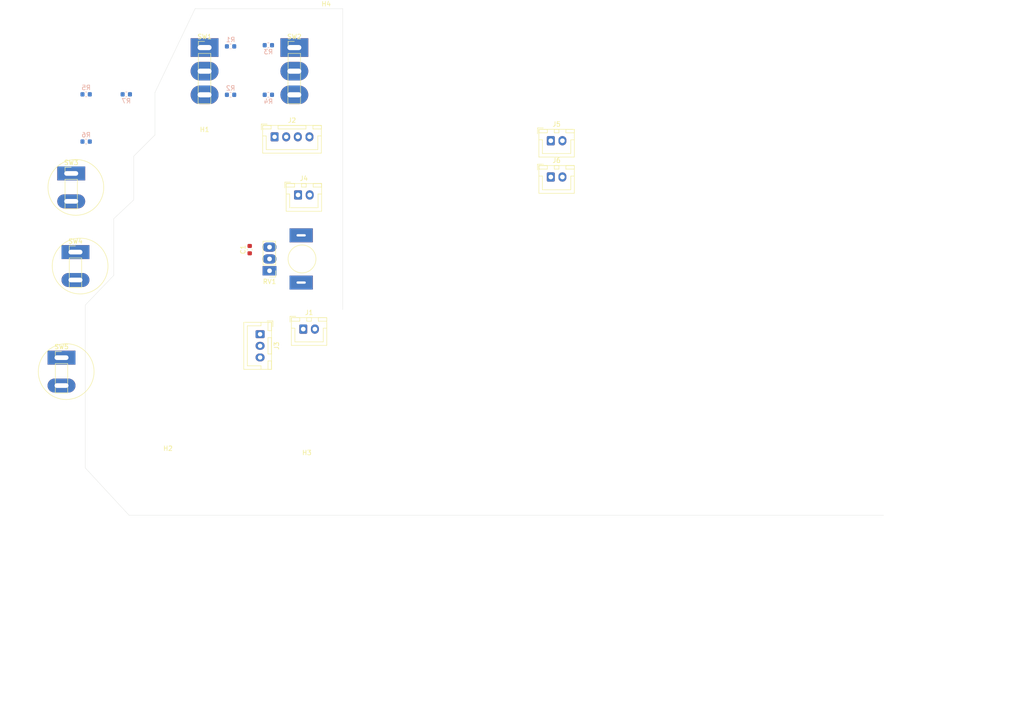
<source format=kicad_pcb>
(kicad_pcb (version 20240225) (generator "pcbnew") (generator_version "8.99")
  (layers (0 "F.Cu" signal) (31 "B.Cu" signal) (34 "B.Paste" user) (35 "F.Paste" user) (36 "B.SilkS" user "B.Silkscreen") (37 "F.SilkS" user "F.Silkscreen") (38 "B.Mask" user) (39 "F.Mask" user) (44 "Edge.Cuts" user))
  (net 0 "")
  (net 1 "GND")
  (net 2 "+3V3")
  (net 3 "Net-(J2-Pin_2)")
  (net 4 "Net-(J2-Pin_4)")
  (net 5 "Net-(J2-Pin_3)")
  (net 6 "Net-(J2-Pin_1)")
  (net 7 "Net-(J3-Pin_3)")
  (net 8 "Net-(J3-Pin_2)")
  (net 9 "Net-(J3-Pin_1)")
  (net 11 "A7")
  (footprint "Remote:Switch_1x02_P6mm" (layer "F.Cu") (at 32.6804 179.118)
    (property "Reference" "SW4" (at 0 -2.33 0) (layer "F.SilkS"))
    (property "Value" "SW_Push")
    (fp_line (start -1.39 7.62) (end 1.27 7.62) (stroke (width 0.12)) (layer "F.SilkS"))
    (fp_line (start -1.33 -1.33) (end 0 -1.33) (stroke (width 0.12)) (layer "F.SilkS"))
    (fp_line (start -1.33 0) (end -1.33 -1.33) (stroke (width 0.12)) (layer "F.SilkS"))
    (fp_line (start -1.33 1.27) (end -1.33 7.62) (stroke (width 0.12)) (layer "F.SilkS"))
    (fp_line (start -1.33 1.27) (end 1.33 1.27) (stroke (width 0.12)) (layer "F.SilkS"))
    (fp_line (start 1.33 1.27) (end 1.33 7.62) (stroke (width 0.12)) (layer "F.SilkS"))
    (fp_circle (center 1 3) (end 7 3) (stroke (width 0.12)) (fill none) (layer "F.SilkS"))
    (pad "1" thru_hole rect (at 0 0) (size 6 3) (drill oval 3 1) (layers "*.Cu" "*.Mask") (net 8 "Net-(J3-Pin_2)"))
    (pad "2" thru_hole oval (at 0 6) (size 6 3) (drill oval 3 1) (layers "*.Cu" "*.Mask") (net 1 "GND"))
  )
  (footprint "Remote:Switch_1x02_P6mm" (layer "F.Cu") (at 31.766 162.2016)
    (property "Reference" "SW3" (at 0 -2.33 0) (layer "F.SilkS"))
    (property "Value" "SW_Push")
    (fp_line (start -1.39 7.62) (end 1.27 7.62) (stroke (width 0.12)) (layer "F.SilkS"))
    (fp_line (start -1.33 -1.33) (end 0 -1.33) (stroke (width 0.12)) (layer "F.SilkS"))
    (fp_line (start -1.33 0) (end -1.33 -1.33) (stroke (width 0.12)) (layer "F.SilkS"))
    (fp_line (start -1.33 1.27) (end -1.33 7.62) (stroke (width 0.12)) (layer "F.SilkS"))
    (fp_line (start -1.33 1.27) (end 1.33 1.27) (stroke (width 0.12)) (layer "F.SilkS"))
    (fp_line (start 1.33 1.27) (end 1.33 7.62) (stroke (width 0.12)) (layer "F.SilkS"))
    (fp_circle (center 1 3) (end 7 3) (stroke (width 0.12)) (fill none) (layer "F.SilkS"))
    (pad "1" thru_hole rect (at 0 0) (size 6 3) (drill oval 3 1) (layers "*.Cu" "*.Mask") (net 9 "Net-(J3-Pin_1)"))
    (pad "2" thru_hole oval (at 0 6) (size 6 3) (drill oval 3 1) (layers "*.Cu" "*.Mask") (net 1 "GND"))
  )
  (footprint "Remote:Switch_1x03_P5.08mm" (layer "F.Cu") (at 79.756 135.128)
    (property "Reference" "SW2" (at 0 -2.33 0) (layer "F.SilkS"))
    (property "Value" "SW_SPDT_MSM")
    (fp_line (start -1.39 12.065) (end 1.27 12.065) (stroke (width 0.12)) (layer "F.SilkS"))
    (fp_line (start -1.33 -1.33) (end 0 -1.33) (stroke (width 0.12)) (layer "F.SilkS"))
    (fp_line (start -1.33 0) (end -1.33 -1.33) (stroke (width 0.12)) (layer "F.SilkS"))
    (fp_line (start -1.33 1.27) (end -1.39 12.065) (stroke (width 0.12)) (layer "F.SilkS"))
    (fp_line (start -1.33 1.27) (end 1.33 1.27) (stroke (width 0.12)) (layer "F.SilkS"))
    (fp_line (start 1.33 1.27) (end 1.33 12.065) (stroke (width 0.12)) (layer "F.SilkS"))
    (pad "1" thru_hole rect (at 0 0) (size 6 4) (drill oval 3 1.1) (layers "*.Cu" "*.Mask") (net 5 "Net-(J2-Pin_3)"))
    (pad "2" thru_hole oval (at 0 5.08) (size 6 4) (drill oval 3 1.1) (layers "*.Cu" "*.Mask") (net 1 "GND"))
    (pad "3" thru_hole oval (at 0 10.16) (size 6 4) (drill oval 3 1.1) (layers "*.Cu" "*.Mask") (net 4 "Net-(J2-Pin_4)"))
  )
  (footprint "Remote:Switch_1x03_P5.08mm" (layer "F.Cu") (at 60.452 135.128)
    (property "Reference" "SW1" (at 0 -2.33 0) (layer "F.SilkS"))
    (property "Value" "SW_SPDT_MSM")
    (fp_line (start -1.39 12.065) (end 1.27 12.065) (stroke (width 0.12)) (layer "F.SilkS"))
    (fp_line (start -1.33 -1.33) (end 0 -1.33) (stroke (width 0.12)) (layer "F.SilkS"))
    (fp_line (start -1.33 0) (end -1.33 -1.33) (stroke (width 0.12)) (layer "F.SilkS"))
    (fp_line (start -1.33 1.27) (end -1.39 12.065) (stroke (width 0.12)) (layer "F.SilkS"))
    (fp_line (start -1.33 1.27) (end 1.33 1.27) (stroke (width 0.12)) (layer "F.SilkS"))
    (fp_line (start 1.33 1.27) (end 1.33 12.065) (stroke (width 0.12)) (layer "F.SilkS"))
    (pad "1" thru_hole rect (at 0 0) (size 6 4) (drill oval 3 1.1) (layers "*.Cu" "*.Mask") (net 6 "Net-(J2-Pin_1)"))
    (pad "2" thru_hole oval (at 0 5.08) (size 6 4) (drill oval 3 1.1) (layers "*.Cu" "*.Mask") (net 1 "GND"))
    (pad "3" thru_hole oval (at 0 10.16) (size 6 4) (drill oval 3 1.1) (layers "*.Cu" "*.Mask") (net 3 "Net-(J2-Pin_2)"))
  )
  (footprint "Remote:Switch_1x02_P6mm" (layer "F.Cu") (at 29.6832 201.8256)
    (property "Reference" "SW5" (at 0 -2.33 0) (layer "F.SilkS"))
    (property "Value" "SW_Push")
    (fp_line (start -1.39 7.62) (end 1.27 7.62) (stroke (width 0.12)) (layer "F.SilkS"))
    (fp_line (start -1.33 -1.33) (end 0 -1.33) (stroke (width 0.12)) (layer "F.SilkS"))
    (fp_line (start -1.33 0) (end -1.33 -1.33) (stroke (width 0.12)) (layer "F.SilkS"))
    (fp_line (start -1.33 1.27) (end -1.33 7.62) (stroke (width 0.12)) (layer "F.SilkS"))
    (fp_line (start -1.33 1.27) (end 1.33 1.27) (stroke (width 0.12)) (layer "F.SilkS"))
    (fp_line (start 1.33 1.27) (end 1.33 7.62) (stroke (width 0.12)) (layer "F.SilkS"))
    (fp_circle (center 1 3) (end 7 3) (stroke (width 0.12)) (fill none) (layer "F.SilkS"))
    (pad "1" thru_hole rect (at 0 0) (size 6 3) (drill oval 3 1) (layers "*.Cu" "*.Mask") (net 7 "Net-(J3-Pin_3)"))
    (pad "2" thru_hole oval (at 0 6) (size 6 3) (drill oval 3 1) (layers "*.Cu" "*.Mask") (net 1 "GND"))
  )
  (footprint "Connector_JST:JST_XH_B04B-XH-A_1x04_P2.50mm_Vertical" (layer "F.Cu") (at 75.5072 154.3304)
    (property "Reference" "J2" (at 3.75 -3.55 0) (layer "F.SilkS"))
    (property "Value" "Conn_01x04")
    (fp_line (start -2.85 -2.75) (end -2.85 -1.5) (stroke (width 0.12)) (layer "F.SilkS"))
    (fp_line (start -2.56 -2.46) (end -2.56 3.51) (stroke (width 0.12)) (layer "F.SilkS"))
    (fp_line (start -2.56 3.51) (end 10.06 3.51) (stroke (width 0.12)) (layer "F.SilkS"))
    (fp_line (start -2.55 -2.45) (end -2.55 -1.7) (stroke (width 0.12)) (layer "F.SilkS"))
    (fp_line (start -2.55 -1.7) (end -0.75 -1.7) (stroke (width 0.12)) (layer "F.SilkS"))
    (fp_line (start -2.55 -0.2) (end -1.8 -0.2) (stroke (width 0.12)) (layer "F.SilkS"))
    (fp_line (start -1.8 -0.2) (end -1.8 2.75) (stroke (width 0.12)) (layer "F.SilkS"))
    (fp_line (start -1.8 2.75) (end 3.75 2.75) (stroke (width 0.12)) (layer "F.SilkS"))
    (fp_line (start -1.6 -2.75) (end -2.85 -2.75) (stroke (width 0.12)) (layer "F.SilkS"))
    (fp_line (start -0.75 -2.45) (end -2.55 -2.45) (stroke (width 0.12)) (layer "F.SilkS"))
    (fp_line (start -0.75 -1.7) (end -0.75 -2.45) (stroke (width 0.12)) (layer "F.SilkS"))
    (fp_line (start 0.75 -2.45) (end 0.75 -1.7) (stroke (width 0.12)) (layer "F.SilkS"))
    (fp_line (start 0.75 -1.7) (end 6.75 -1.7) (stroke (width 0.12)) (layer "F.SilkS"))
    (fp_line (start 6.75 -2.45) (end 0.75 -2.45) (stroke (width 0.12)) (layer "F.SilkS"))
    (fp_line (start 6.75 -1.7) (end 6.75 -2.45) (stroke (width 0.12)) (layer "F.SilkS"))
    (fp_line (start 8.25 -2.45) (end 8.25 -1.7) (stroke (width 0.12)) (layer "F.SilkS"))
    (fp_line (start 8.25 -1.7) (end 10.05 -1.7) (stroke (width 0.12)) (layer "F.SilkS"))
    (fp_line (start 9.3 -0.2) (end 9.3 2.75) (stroke (width 0.12)) (layer "F.SilkS"))
    (fp_line (start 9.3 2.75) (end 3.75 2.75) (stroke (width 0.12)) (layer "F.SilkS"))
    (fp_line (start 10.05 -2.45) (end 8.25 -2.45) (stroke (width 0.12)) (layer "F.SilkS"))
    (fp_line (start 10.05 -1.7) (end 10.05 -2.45) (stroke (width 0.12)) (layer "F.SilkS"))
    (fp_line (start 10.05 -0.2) (end 9.3 -0.2) (stroke (width 0.12)) (layer "F.SilkS"))
    (fp_line (start 10.06 -2.46) (end -2.56 -2.46) (stroke (width 0.12)) (layer "F.SilkS"))
    (fp_line (start 10.06 3.51) (end 10.06 -2.46) (stroke (width 0.12)) (layer "F.SilkS"))
    (pad "1" thru_hole roundrect (at 0 0) (size 1.7 1.95) (drill 0.95) (layers "*.Cu" "*.Mask") (roundrect_rratio 0.147059) (net 6 "Net-(J2-Pin_1)"))
    (pad "2" thru_hole oval (at 2.5 0) (size 1.7 1.95) (drill 0.95) (layers "*.Cu" "*.Mask") (net 3 "Net-(J2-Pin_2)"))
    (pad "3" thru_hole oval (at 5 0) (size 1.7 1.95) (drill 0.95) (layers "*.Cu" "*.Mask") (net 5 "Net-(J2-Pin_3)"))
    (pad "4" thru_hole oval (at 7.5 0) (size 1.7 1.95) (drill 0.95) (layers "*.Cu" "*.Mask") (net 4 "Net-(J2-Pin_4)"))
  )
  (footprint "MountingHole:MountingHole_3.2mm_M3" (layer "F.Cu") (at 52.578 225.552)
    (property "Reference" "H2" (at 0 -4.2 0) (layer "F.SilkS"))
    (property "Value" "MountingHole")
    (pad "" np_thru_hole circle (at 0 0) (size 3.2 3.2) (drill 3.2) (layers "*.Cu" "*.Mask"))
  )
  (footprint "MountingHole:MountingHole_3.2mm_M3" (layer "F.Cu") (at 60.452 156.972)
    (property "Reference" "H1" (at 0 -4.2 0) (layer "F.SilkS"))
    (property "Value" "MountingHole")
    (pad "" np_thru_hole circle (at 0 0) (size 3.2 3.2) (drill 3.2) (layers "*.Cu" "*.Mask"))
  )
  (footprint "MountingHole:MountingHole_3.2mm_M3" (layer "F.Cu") (at 82.4484 226.4664)
    (property "Reference" "H3" (at 0 -4.2 0) (layer "F.SilkS"))
    (property "Value" "MountingHole")
    (pad "" np_thru_hole circle (at 0 0) (size 3.2 3.2) (drill 3.2) (layers "*.Cu" "*.Mask"))
  )
  (footprint "MountingHole:MountingHole_3.2mm_M3" (layer "F.Cu") (at 86.614 129.9464)
    (property "Reference" "H4" (at 0 -4.2 0) (layer "F.SilkS"))
    (property "Value" "MountingHole")
    (pad "" np_thru_hole circle (at 0 0) (size 3.2 3.2) (drill 3.2) (layers "*.Cu" "*.Mask"))
  )
  (footprint "Remote:Potentiometer_6mm_axis_square" (layer "F.Cu") (at 74.422 183.134 180)
    (property "Reference" "RV1" (at 0 -2.33 0) (layer "F.SilkS"))
    (property "Value" "POT")
    (fp_line (start 1.39 1.27) (end 1.39 6.35) (stroke (width 0.12)) (layer "F.SilkS"))
    (fp_line (start -1.27 6.35) (end 1.39 6.35) (stroke (width 0.12)) (layer "F.SilkS"))
    (fp_line (start -1.33 1.27) (end 1.33 1.27) (stroke (width 0.12)) (layer "F.SilkS"))
    (fp_line (start -1.33 1.27) (end -1.27 6.35) (stroke (width 0.12)) (layer "F.SilkS"))
    (fp_line (start -1.33 0) (end -1.33 -1.33) (stroke (width 0.12)) (layer "F.SilkS"))
    (fp_line (start -1.33 -1.33) (end 0 -1.33) (stroke (width 0.12)) (layer "F.SilkS"))
    (fp_circle (center -6.985 2.54) (end -3.985 2.54) (stroke (width 0.12)) (fill none) (layer "F.SilkS"))
    (pad "" np_thru_hole rect (at -6.8 -2.54 180) (size 5 3) (drill oval 2 0.5) (layers "*.Cu" "*.Mask"))
    (pad "" np_thru_hole rect (at -6.8 7.62 180) (size 5 3) (drill oval 2 0.5) (layers "*.Cu" "*.Mask"))
    (pad "1" thru_hole rect (at 0 0 180) (size 3 2) (drill 1) (layers "*.Cu" "*.Mask") (net 2 "+3V3"))
    (pad "2" thru_hole oval (at 0 2.54 180) (size 3 2) (drill 1) (layers "*.Cu" "*.Mask") (net 11 "A7"))
    (pad "3" thru_hole oval (at 0 5.08 180) (size 3 2) (drill 1) (layers "*.Cu" "*.Mask") (net 1 "GND"))
  )
  (footprint "Connector_JST:JST_XH_B02B-XH-A_1x02_P2.50mm_Vertical" (layer "F.Cu") (at 81.6756 195.6816)
    (property "Reference" "J1" (at 1.25 -3.55 0) (layer "F.SilkS"))
    (property "Value" "3V3 IN")
    (fp_line (start -2.85 -2.75) (end -2.85 -1.5) (stroke (width 0.12)) (layer "F.SilkS"))
    (fp_line (start -2.56 -2.46) (end -2.56 3.51) (stroke (width 0.12)) (layer "F.SilkS"))
    (fp_line (start -2.56 3.51) (end 5.06 3.51) (stroke (width 0.12)) (layer "F.SilkS"))
    (fp_line (start -2.55 -2.45) (end -2.55 -1.7) (stroke (width 0.12)) (layer "F.SilkS"))
    (fp_line (start -2.55 -1.7) (end -0.75 -1.7) (stroke (width 0.12)) (layer "F.SilkS"))
    (fp_line (start -2.55 -0.2) (end -1.8 -0.2) (stroke (width 0.12)) (layer "F.SilkS"))
    (fp_line (start -1.8 -0.2) (end -1.8 2.75) (stroke (width 0.12)) (layer "F.SilkS"))
    (fp_line (start -1.8 2.75) (end 1.25 2.75) (stroke (width 0.12)) (layer "F.SilkS"))
    (fp_line (start -1.6 -2.75) (end -2.85 -2.75) (stroke (width 0.12)) (layer "F.SilkS"))
    (fp_line (start -0.75 -2.45) (end -2.55 -2.45) (stroke (width 0.12)) (layer "F.SilkS"))
    (fp_line (start -0.75 -1.7) (end -0.75 -2.45) (stroke (width 0.12)) (layer "F.SilkS"))
    (fp_line (start 0.75 -2.45) (end 0.75 -1.7) (stroke (width 0.12)) (layer "F.SilkS"))
    (fp_line (start 0.75 -1.7) (end 1.75 -1.7) (stroke (width 0.12)) (layer "F.SilkS"))
    (fp_line (start 1.75 -2.45) (end 0.75 -2.45) (stroke (width 0.12)) (layer "F.SilkS"))
    (fp_line (start 1.75 -1.7) (end 1.75 -2.45) (stroke (width 0.12)) (layer "F.SilkS"))
    (fp_line (start 3.25 -2.45) (end 3.25 -1.7) (stroke (width 0.12)) (layer "F.SilkS"))
    (fp_line (start 3.25 -1.7) (end 5.05 -1.7) (stroke (width 0.12)) (layer "F.SilkS"))
    (fp_line (start 4.3 -0.2) (end 4.3 2.75) (stroke (width 0.12)) (layer "F.SilkS"))
    (fp_line (start 4.3 2.75) (end 1.25 2.75) (stroke (width 0.12)) (layer "F.SilkS"))
    (fp_line (start 5.05 -2.45) (end 3.25 -2.45) (stroke (width 0.12)) (layer "F.SilkS"))
    (fp_line (start 5.05 -1.7) (end 5.05 -2.45) (stroke (width 0.12)) (layer "F.SilkS"))
    (fp_line (start 5.05 -0.2) (end 4.3 -0.2) (stroke (width 0.12)) (layer "F.SilkS"))
    (fp_line (start 5.06 -2.46) (end -2.56 -2.46) (stroke (width 0.12)) (layer "F.SilkS"))
    (fp_line (start 5.06 3.51) (end 5.06 -2.46) (stroke (width 0.12)) (layer "F.SilkS"))
    (pad "1" thru_hole roundrect (at 0 0) (size 1.7 2) (drill 1) (layers "*.Cu" "*.Mask") (roundrect_rratio 0.147059) (net 2 "+3V3"))
    (pad "2" thru_hole oval (at 2.5 0) (size 1.7 2) (drill 1) (layers "*.Cu" "*.Mask") (net 1 "GND"))
  )
  (footprint "Connector_JST:JST_XH_B03B-XH-A_1x03_P2.50mm_Vertical" (layer "F.Cu") (at 72.39 196.7776 -90)
    (property "Reference" "J3" (at 2.5 -3.55 90) (layer "F.SilkS"))
    (property "Value" "Conn_01x03")
    (fp_line (start -2.56 3.51) (end 7.56 3.51) (stroke (width 0.12)) (layer "F.SilkS"))
    (fp_line (start 7.56 3.51) (end 7.56 -2.46) (stroke (width 0.12)) (layer "F.SilkS"))
    (fp_line (start -1.8 2.75) (end 2.5 2.75) (stroke (width 0.12)) (layer "F.SilkS"))
    (fp_line (start 6.8 2.75) (end 2.5 2.75) (stroke (width 0.12)) (layer "F.SilkS"))
    (fp_line (start -2.55 -0.2) (end -1.8 -0.2) (stroke (width 0.12)) (layer "F.SilkS"))
    (fp_line (start -1.8 -0.2) (end -1.8 2.75) (stroke (width 0.12)) (layer "F.SilkS"))
    (fp_line (start 6.8 -0.2) (end 6.8 2.75) (stroke (width 0.12)) (layer "F.SilkS"))
    (fp_line (start 7.55 -0.2) (end 6.8 -0.2) (stroke (width 0.12)) (layer "F.SilkS"))
    (fp_line (start -2.55 -1.7) (end -0.75 -1.7) (stroke (width 0.12)) (layer "F.SilkS"))
    (fp_line (start -0.75 -1.7) (end -0.75 -2.45) (stroke (width 0.12)) (layer "F.SilkS"))
    (fp_line (start 0.75 -1.7) (end 4.25 -1.7) (stroke (width 0.12)) (layer "F.SilkS"))
    (fp_line (start 4.25 -1.7) (end 4.25 -2.45) (stroke (width 0.12)) (layer "F.SilkS"))
    (fp_line (start 5.75 -1.7) (end 7.55 -1.7) (stroke (width 0.12)) (layer "F.SilkS"))
    (fp_line (start 7.55 -1.7) (end 7.55 -2.45) (stroke (width 0.12)) (layer "F.SilkS"))
    (fp_line (start -2.55 -2.45) (end -2.55 -1.7) (stroke (width 0.12)) (layer "F.SilkS"))
    (fp_line (start -0.75 -2.45) (end -2.55 -2.45) (stroke (width 0.12)) (layer "F.SilkS"))
    (fp_line (start 0.75 -2.45) (end 0.75 -1.7) (stroke (width 0.12)) (layer "F.SilkS"))
    (fp_line (start 4.25 -2.45) (end 0.75 -2.45) (stroke (width 0.12)) (layer "F.SilkS"))
    (fp_line (start 5.75 -2.45) (end 5.75 -1.7) (stroke (width 0.12)) (layer "F.SilkS"))
    (fp_line (start 7.55 -2.45) (end 5.75 -2.45) (stroke (width 0.12)) (layer "F.SilkS"))
    (fp_line (start -2.56 -2.46) (end -2.56 3.51) (stroke (width 0.12)) (layer "F.SilkS"))
    (fp_line (start 7.56 -2.46) (end -2.56 -2.46) (stroke (width 0.12)) (layer "F.SilkS"))
    (fp_line (start -2.85 -2.75) (end -2.85 -1.5) (stroke (width 0.12)) (layer "F.SilkS"))
    (fp_line (start -1.6 -2.75) (end -2.85 -2.75) (stroke (width 0.12)) (layer "F.SilkS"))
    (pad "1" thru_hole roundrect (at 0 0 270) (size 1.7 1.95) (drill 0.95) (layers "*.Cu" "*.Mask") (roundrect_rratio 0.147059) (net 9 "Net-(J3-Pin_1)"))
    (pad "2" thru_hole oval (at 2.5 0 270) (size 1.7 1.95) (drill 0.95) (layers "*.Cu" "*.Mask") (net 8 "Net-(J3-Pin_2)"))
    (pad "3" thru_hole oval (at 5 0 270) (size 1.7 1.95) (drill 0.95) (layers "*.Cu" "*.Mask") (net 7 "Net-(J3-Pin_3)"))
  )
  (footprint "Connector_JST:JST_XH_B02B-XH-A_1x02_P2.50mm_Vertical" (layer "F.Cu") (at 134.914 162.9664)
    (property "Reference" "J6" (at 1.25 -3.55 0) (layer "F.SilkS"))
    (property "Value" "STICK POWER")
    (fp_line (start -2.85 -2.75) (end -2.85 -1.5) (stroke (width 0.12)) (layer "F.SilkS"))
    (fp_line (start -2.56 -2.46) (end -2.56 3.51) (stroke (width 0.12)) (layer "F.SilkS"))
    (fp_line (start -2.56 3.51) (end 5.06 3.51) (stroke (width 0.12)) (layer "F.SilkS"))
    (fp_line (start -2.55 -2.45) (end -2.55 -1.7) (stroke (width 0.12)) (layer "F.SilkS"))
    (fp_line (start -2.55 -1.7) (end -0.75 -1.7) (stroke (width 0.12)) (layer "F.SilkS"))
    (fp_line (start -2.55 -0.2) (end -1.8 -0.2) (stroke (width 0.12)) (layer "F.SilkS"))
    (fp_line (start -1.8 -0.2) (end -1.8 2.75) (stroke (width 0.12)) (layer "F.SilkS"))
    (fp_line (start -1.8 2.75) (end 1.25 2.75) (stroke (width 0.12)) (layer "F.SilkS"))
    (fp_line (start -1.6 -2.75) (end -2.85 -2.75) (stroke (width 0.12)) (layer "F.SilkS"))
    (fp_line (start -0.75 -2.45) (end -2.55 -2.45) (stroke (width 0.12)) (layer "F.SilkS"))
    (fp_line (start -0.75 -1.7) (end -0.75 -2.45) (stroke (width 0.12)) (layer "F.SilkS"))
    (fp_line (start 0.75 -2.45) (end 0.75 -1.7) (stroke (width 0.12)) (layer "F.SilkS"))
    (fp_line (start 0.75 -1.7) (end 1.75 -1.7) (stroke (width 0.12)) (layer "F.SilkS"))
    (fp_line (start 1.75 -2.45) (end 0.75 -2.45) (stroke (width 0.12)) (layer "F.SilkS"))
    (fp_line (start 1.75 -1.7) (end 1.75 -2.45) (stroke (width 0.12)) (layer "F.SilkS"))
    (fp_line (start 3.25 -2.45) (end 3.25 -1.7) (stroke (width 0.12)) (layer "F.SilkS"))
    (fp_line (start 3.25 -1.7) (end 5.05 -1.7) (stroke (width 0.12)) (layer "F.SilkS"))
    (fp_line (start 4.3 -0.2) (end 4.3 2.75) (stroke (width 0.12)) (layer "F.SilkS"))
    (fp_line (start 4.3 2.75) (end 1.25 2.75) (stroke (width 0.12)) (layer "F.SilkS"))
    (fp_line (start 5.05 -2.45) (end 3.25 -2.45) (stroke (width 0.12)) (layer "F.SilkS"))
    (fp_line (start 5.05 -1.7) (end 5.05 -2.45) (stroke (width 0.12)) (layer "F.SilkS"))
    (fp_line (start 5.05 -0.2) (end 4.3 -0.2) (stroke (width 0.12)) (layer "F.SilkS"))
    (fp_line (start 5.06 -2.46) (end -2.56 -2.46) (stroke (width 0.12)) (layer "F.SilkS"))
    (fp_line (start 5.06 3.51) (end 5.06 -2.46) (stroke (width 0.12)) (layer "F.SilkS"))
    (pad "1" thru_hole roundrect (at 0 0) (size 1.7 2) (drill 1) (layers "*.Cu" "*.Mask") (roundrect_rratio 0.147059) (net 2 "+3V3"))
    (pad "2" thru_hole oval (at 2.5 0) (size 1.7 2) (drill 1) (layers "*.Cu" "*.Mask") (net 1 "GND"))
  )
  (footprint "Capacitor_SMD:C_0603_1608Metric" (layer "F.Cu") (at 70.1548 178.5875 90)
    (property "Reference" "C1" (at 0 -1.43 90) (layer "F.SilkS"))
    (property "Value" "100n")
    (fp_line (start -0.162779 -0.51) (end 0.162779 -0.51) (stroke (width 0.12)) (layer "F.SilkS"))
    (fp_line (start -0.162779 0.51) (end 0.162779 0.51) (stroke (width 0.12)) (layer "F.SilkS"))
    (pad "1" smd roundrect (at -0.7875 0 90) (size 0.875 0.95) (layers "F.Cu" "F.Paste" "F.Mask") (net 2 "+3V3"))
    (pad "2" smd roundrect (at 0.7875 0 90) (size 0.875 0.95) (layers "F.Cu" "F.Paste" "F.Mask") (net 1 "GND"))
  )
  (footprint "Connector_JST:JST_XH_B02B-XH-A_1x02_P2.50mm_Vertical" (layer "F.Cu") (at 134.914 155.1664)
    (property "Reference" "J5" (at 1.25 -3.55 0) (layer "F.SilkS"))
    (property "Value" "3V3 OUT")
    (fp_line (start -2.85 -2.75) (end -2.85 -1.5) (stroke (width 0.12)) (layer "F.SilkS"))
    (fp_line (start -2.56 -2.46) (end -2.56 3.51) (stroke (width 0.12)) (layer "F.SilkS"))
    (fp_line (start -2.56 3.51) (end 5.06 3.51) (stroke (width 0.12)) (layer "F.SilkS"))
    (fp_line (start -2.55 -2.45) (end -2.55 -1.7) (stroke (width 0.12)) (layer "F.SilkS"))
    (fp_line (start -2.55 -1.7) (end -0.75 -1.7) (stroke (width 0.12)) (layer "F.SilkS"))
    (fp_line (start -2.55 -0.2) (end -1.8 -0.2) (stroke (width 0.12)) (layer "F.SilkS"))
    (fp_line (start -1.8 -0.2) (end -1.8 2.75) (stroke (width 0.12)) (layer "F.SilkS"))
    (fp_line (start -1.8 2.75) (end 1.25 2.75) (stroke (width 0.12)) (layer "F.SilkS"))
    (fp_line (start -1.6 -2.75) (end -2.85 -2.75) (stroke (width 0.12)) (layer "F.SilkS"))
    (fp_line (start -0.75 -2.45) (end -2.55 -2.45) (stroke (width 0.12)) (layer "F.SilkS"))
    (fp_line (start -0.75 -1.7) (end -0.75 -2.45) (stroke (width 0.12)) (layer "F.SilkS"))
    (fp_line (start 0.75 -2.45) (end 0.75 -1.7) (stroke (width 0.12)) (layer "F.SilkS"))
    (fp_line (start 0.75 -1.7) (end 1.75 -1.7) (stroke (width 0.12)) (layer "F.SilkS"))
    (fp_line (start 1.75 -2.45) (end 0.75 -2.45) (stroke (width 0.12)) (layer "F.SilkS"))
    (fp_line (start 1.75 -1.7) (end 1.75 -2.45) (stroke (width 0.12)) (layer "F.SilkS"))
    (fp_line (start 3.25 -2.45) (end 3.25 -1.7) (stroke (width 0.12)) (layer "F.SilkS"))
    (fp_line (start 3.25 -1.7) (end 5.05 -1.7) (stroke (width 0.12)) (layer "F.SilkS"))
    (fp_line (start 4.3 -0.2) (end 4.3 2.75) (stroke (width 0.12)) (layer "F.SilkS"))
    (fp_line (start 4.3 2.75) (end 1.25 2.75) (stroke (width 0.12)) (layer "F.SilkS"))
    (fp_line (start 5.05 -2.45) (end 3.25 -2.45) (stroke (width 0.12)) (layer "F.SilkS"))
    (fp_line (start 5.05 -1.7) (end 5.05 -2.45) (stroke (width 0.12)) (layer "F.SilkS"))
    (fp_line (start 5.05 -0.2) (end 4.3 -0.2) (stroke (width 0.12)) (layer "F.SilkS"))
    (fp_line (start 5.06 -2.46) (end -2.56 -2.46) (stroke (width 0.12)) (layer "F.SilkS"))
    (fp_line (start 5.06 3.51) (end 5.06 -2.46) (stroke (width 0.12)) (layer "F.SilkS"))
    (pad "1" thru_hole roundrect (at 0 0) (size 1.7 2) (drill 1) (layers "*.Cu" "*.Mask") (roundrect_rratio 0.147059) (net 2 "+3V3"))
    (pad "2" thru_hole oval (at 2.5 0) (size 1.7 2) (drill 1) (layers "*.Cu" "*.Mask") (net 1 "GND"))
  )
  (footprint "Connector_JST:JST_XH_B02B-XH-A_1x02_P2.50mm_Vertical" (layer "F.Cu") (at 80.558 166.8272)
    (property "Reference" "J4" (at 1.25 -3.55 0) (layer "F.SilkS"))
    (property "Value" "Conn_01x02")
    (fp_line (start -2.85 -2.75) (end -2.85 -1.5) (stroke (width 0.12)) (layer "F.SilkS"))
    (fp_line (start -2.56 -2.46) (end -2.56 3.51) (stroke (width 0.12)) (layer "F.SilkS"))
    (fp_line (start -2.56 3.51) (end 5.06 3.51) (stroke (width 0.12)) (layer "F.SilkS"))
    (fp_line (start -2.55 -2.45) (end -2.55 -1.7) (stroke (width 0.12)) (layer "F.SilkS"))
    (fp_line (start -2.55 -1.7) (end -0.75 -1.7) (stroke (width 0.12)) (layer "F.SilkS"))
    (fp_line (start -2.55 -0.2) (end -1.8 -0.2) (stroke (width 0.12)) (layer "F.SilkS"))
    (fp_line (start -1.8 -0.2) (end -1.8 2.75) (stroke (width 0.12)) (layer "F.SilkS"))
    (fp_line (start -1.8 2.75) (end 1.25 2.75) (stroke (width 0.12)) (layer "F.SilkS"))
    (fp_line (start -1.6 -2.75) (end -2.85 -2.75) (stroke (width 0.12)) (layer "F.SilkS"))
    (fp_line (start -0.75 -2.45) (end -2.55 -2.45) (stroke (width 0.12)) (layer "F.SilkS"))
    (fp_line (start -0.75 -1.7) (end -0.75 -2.45) (stroke (width 0.12)) (layer "F.SilkS"))
    (fp_line (start 0.75 -2.45) (end 0.75 -1.7) (stroke (width 0.12)) (layer "F.SilkS"))
    (fp_line (start 0.75 -1.7) (end 1.75 -1.7) (stroke (width 0.12)) (layer "F.SilkS"))
    (fp_line (start 1.75 -2.45) (end 0.75 -2.45) (stroke (width 0.12)) (layer "F.SilkS"))
    (fp_line (start 1.75 -1.7) (end 1.75 -2.45) (stroke (width 0.12)) (layer "F.SilkS"))
    (fp_line (start 3.25 -2.45) (end 3.25 -1.7) (stroke (width 0.12)) (layer "F.SilkS"))
    (fp_line (start 3.25 -1.7) (end 5.05 -1.7) (stroke (width 0.12)) (layer "F.SilkS"))
    (fp_line (start 4.3 -0.2) (end 4.3 2.75) (stroke (width 0.12)) (layer "F.SilkS"))
    (fp_line (start 4.3 2.75) (end 1.25 2.75) (stroke (width 0.12)) (layer "F.SilkS"))
    (fp_line (start 5.05 -2.45) (end 3.25 -2.45) (stroke (width 0.12)) (layer "F.SilkS"))
    (fp_line (start 5.05 -1.7) (end 5.05 -2.45) (stroke (width 0.12)) (layer "F.SilkS"))
    (fp_line (start 5.05 -0.2) (end 4.3 -0.2) (stroke (width 0.12)) (layer "F.SilkS"))
    (fp_line (start 5.06 -2.46) (end -2.56 -2.46) (stroke (width 0.12)) (layer "F.SilkS"))
    (fp_line (start 5.06 3.51) (end 5.06 -2.46) (stroke (width 0.12)) (layer "F.SilkS"))
    (pad "1" thru_hole roundrect (at 0 0) (size 1.7 2) (drill 1) (layers "*.Cu" "*.Mask") (roundrect_rratio 0.147059) (net 11 "A7"))
    (pad "2" thru_hole oval (at 2.5 0) (size 1.7 2) (drill 1) (layers "*.Cu" "*.Mask"))
  )
  (footprint "Resistor_SMD:R_0603_1608Metric" (layer "B.Cu") (at 43.6117 145.1864)
    (property "Reference" "R7" (at 0 1.43 180) (layer "B.SilkS") (effects (justify mirror)))
    (property "Value" "10K")
    (fp_line (start 0.162779 -0.51) (end -0.162779 -0.51) (stroke (width 0.12)) (layer "B.SilkS"))
    (fp_line (start 0.162779 0.51) (end -0.162779 0.51) (stroke (width 0.12)) (layer "B.SilkS"))
    (pad "1" smd roundrect (at -0.7875 0) (size 0.875 0.95) (layers "B.Cu" "B.Paste" "B.Mask") (net 2 "+3V3"))
    (pad "2" smd roundrect (at 0.7875 0) (size 0.875 0.95) (layers "B.Cu" "B.Paste" "B.Mask") (net 7 "Net-(J3-Pin_3)"))
  )
  (footprint "Resistor_SMD:R_0603_1608Metric" (layer "B.Cu") (at 34.9757 155.3464 180)
    (property "Reference" "R6" (at 0 1.43 0) (layer "B.SilkS") (effects (justify mirror)))
    (property "Value" "10K")
    (fp_line (start 0.162779 0.51) (end -0.162779 0.51) (stroke (width 0.12)) (layer "B.SilkS"))
    (fp_line (start 0.162779 -0.51) (end -0.162779 -0.51) (stroke (width 0.12)) (layer "B.SilkS"))
    (pad "1" smd roundrect (at -0.7875 0 180) (size 0.875 0.95) (layers "B.Cu" "B.Paste" "B.Mask") (net 2 "+3V3"))
    (pad "2" smd roundrect (at 0.7875 0 180) (size 0.875 0.95) (layers "B.Cu" "B.Paste" "B.Mask") (net 8 "Net-(J3-Pin_2)"))
  )
  (footprint "Resistor_SMD:R_0603_1608Metric" (layer "B.Cu") (at 34.9757 145.1864 180)
    (property "Reference" "R5" (at 0 1.43 0) (layer "B.SilkS") (effects (justify mirror)))
    (property "Value" "10K")
    (fp_line (start 0.162779 0.51) (end -0.162779 0.51) (stroke (width 0.12)) (layer "B.SilkS"))
    (fp_line (start 0.162779 -0.51) (end -0.162779 -0.51) (stroke (width 0.12)) (layer "B.SilkS"))
    (pad "1" smd roundrect (at -0.7875 0 180) (size 0.875 0.95) (layers "B.Cu" "B.Paste" "B.Mask") (net 2 "+3V3"))
    (pad "2" smd roundrect (at 0.7875 0 180) (size 0.875 0.95) (layers "B.Cu" "B.Paste" "B.Mask") (net 9 "Net-(J3-Pin_1)"))
  )
  (footprint "Resistor_SMD:R_0603_1608Metric" (layer "B.Cu") (at 74.168 145.288)
    (property "Reference" "R4" (at 0 1.43 180) (layer "B.SilkS") (effects (justify mirror)))
    (property "Value" "10k")
    (fp_line (start 0.162779 -0.51) (end -0.162779 -0.51) (stroke (width 0.12)) (layer "B.SilkS"))
    (fp_line (start 0.162779 0.51) (end -0.162779 0.51) (stroke (width 0.12)) (layer "B.SilkS"))
    (pad "1" smd roundrect (at -0.7875 0) (size 0.875 0.95) (layers "B.Cu" "B.Paste" "B.Mask") (net 2 "+3V3"))
    (pad "2" smd roundrect (at 0.7875 0) (size 0.875 0.95) (layers "B.Cu" "B.Paste" "B.Mask") (net 4 "Net-(J2-Pin_4)"))
  )
  (footprint "Resistor_SMD:R_0603_1608Metric" (layer "B.Cu") (at 74.168 134.62)
    (property "Reference" "R3" (at 0 1.43 180) (layer "B.SilkS") (effects (justify mirror)))
    (property "Value" "10k")
    (fp_line (start 0.162779 -0.51) (end -0.162779 -0.51) (stroke (width 0.12)) (layer "B.SilkS"))
    (fp_line (start 0.162779 0.51) (end -0.162779 0.51) (stroke (width 0.12)) (layer "B.SilkS"))
    (pad "1" smd roundrect (at -0.7875 0) (size 0.875 0.95) (layers "B.Cu" "B.Paste" "B.Mask") (net 2 "+3V3"))
    (pad "2" smd roundrect (at 0.7875 0) (size 0.875 0.95) (layers "B.Cu" "B.Paste" "B.Mask") (net 5 "Net-(J2-Pin_3)"))
  )
  (footprint "Resistor_SMD:R_0603_1608Metric" (layer "B.Cu") (at 66.04 145.288 180)
    (property "Reference" "R2" (at 0 1.43 0) (layer "B.SilkS") (effects (justify mirror)))
    (property "Value" "10k")
    (fp_line (start 0.162779 0.51) (end -0.162779 0.51) (stroke (width 0.12)) (layer "B.SilkS"))
    (fp_line (start 0.162779 -0.51) (end -0.162779 -0.51) (stroke (width 0.12)) (layer "B.SilkS"))
    (pad "1" smd roundrect (at -0.7875 0 180) (size 0.875 0.95) (layers "B.Cu" "B.Paste" "B.Mask") (net 2 "+3V3"))
    (pad "2" smd roundrect (at 0.7875 0 180) (size 0.875 0.95) (layers "B.Cu" "B.Paste" "B.Mask") (net 3 "Net-(J2-Pin_2)"))
  )
  (footprint "Resistor_SMD:R_0603_1608Metric" (layer "B.Cu") (at 66.04 134.874 180)
    (property "Reference" "R1" (at 0 1.43 0) (layer "B.SilkS") (effects (justify mirror)))
    (property "Value" "10k")
    (fp_line (start 0.162779 0.51) (end -0.162779 0.51) (stroke (width 0.12)) (layer "B.SilkS"))
    (fp_line (start 0.162779 -0.51) (end -0.162779 -0.51) (stroke (width 0.12)) (layer "B.SilkS"))
    (pad "1" smd roundrect (at -0.7875 0 180) (size 0.875 0.95) (layers "B.Cu" "B.Paste" "B.Mask") (net 2 "+3V3"))
    (pad "2" smd roundrect (at 0.7875 0 180) (size 0.875 0.95) (layers "B.Cu" "B.Paste" "B.Mask") (net 6 "Net-(J2-Pin_1)"))
  )
  (gr_line (start 34.798 190.5) (end 40.894 184.15) (stroke (width 0.05)) (layer "Edge.Cuts"))
  (gr_line (start 49.784 144.78) (end 58.42 126.746) (stroke (width 0.05)) (layer "Edge.Cuts"))
  (gr_line (start 40.894 184.15) (end 40.894 171.958) (stroke (width 0.05)) (layer "Edge.Cuts"))
  (gr_line (start 49.784 153.924) (end 49.784 144.78) (stroke (width 0.05)) (layer "Edge.Cuts"))
  (gr_line (start 45.212 167.894) (end 45.212 158.496) (stroke (width 0.05)) (layer "Edge.Cuts"))
  (gr_line (start 90.17 126.746) (end 90.17 191.516) (stroke (width 0.05)) (layer "Edge.Cuts"))
  (gr_line (start 206.502 235.712) (end 44.196 235.712) (stroke (width 0.05)) (layer "Edge.Cuts"))
  (gr_line (start 44.196 235.712) (end 34.798 225.552) (stroke (width 0.05)) (layer "Edge.Cuts"))
  (gr_line (start 40.894 171.958) (end 45.212 167.894) (stroke (width 0.05)) (layer "Edge.Cuts"))
  (gr_line (start 58.42 126.746) (end 90.17 126.746) (stroke (width 0.05)) (layer "Edge.Cuts"))
  (gr_line (start 34.798 225.552) (end 34.798 190.5) (stroke (width 0.05)) (layer "Edge.Cuts"))
  (gr_line (start 45.212 158.496) (end 49.784 153.924) (stroke (width 0.05)) (layer "Edge.Cuts"))
)
</source>
